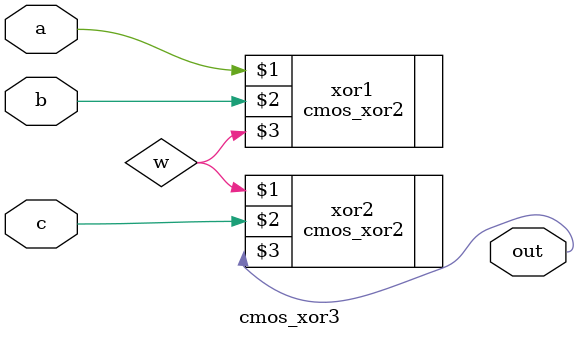
<source format=v>
module cmos_xor3(input a, b, c, output out);
	wire w;
	// XOR gate body, 3 input
	cmos_xor2 xor1(a, b, w);
	cmos_xor2 xor2(w, c, out);
endmodule


</source>
